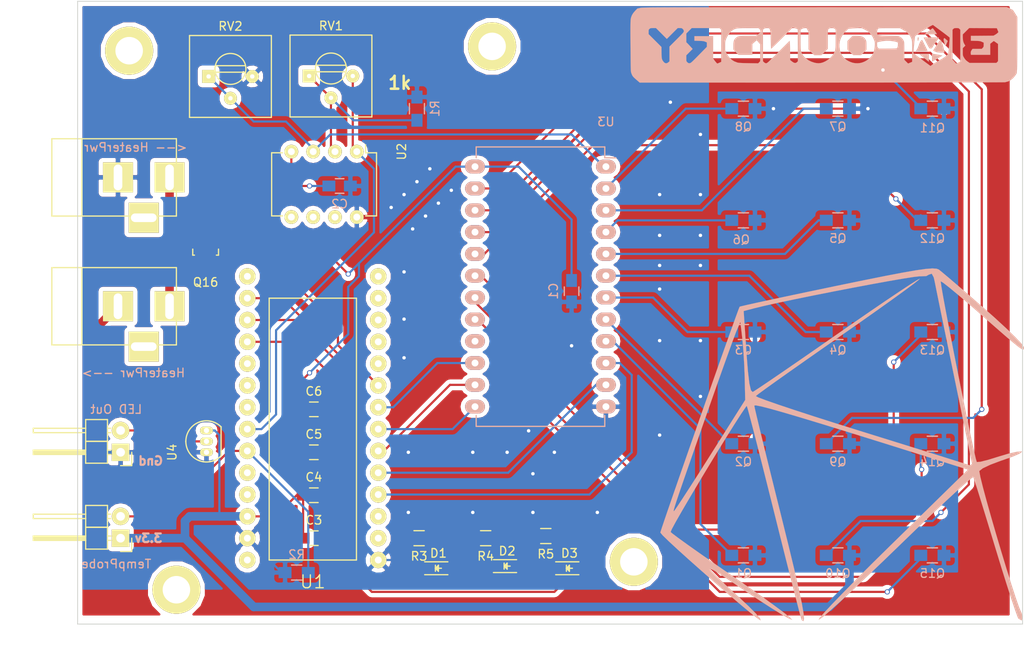
<source format=kicad_pcb>
(kicad_pcb (version 4) (host pcbnew 4.0.2-stable)
  (layers (0 F.Cu signal) (31 B.Cu signal) (34 B.Paste user) (35 F.Paste user) (36 B.SilkS user) (37 F.SilkS user) (38 B.Mask user) (39 F.Mask user) (44 Edge.Cuts user))
  (net 0 "")
  (net 1 +3V3)
  (net 2 GND)
  (net 3 HEATER_PWR)
  (net 4 "Net-(CON1-Pad3)")
  (net 5 "Net-(CON2-Pad2)")
  (net 6 "Net-(CON2-Pad3)")
  (net 7 "Net-(D1-Pad2)")
  (net 8 "Net-(D1-Pad1)")
  (net 9 "Net-(D2-Pad2)")
  (net 10 "Net-(D2-Pad1)")
  (net 11 "Net-(D3-Pad2)")
  (net 12 "Net-(D3-Pad1)")
  (net 13 TEMP_S)
  (net 14 "Net-(P2-Pad2)")
  (net 15 /Phototransistors/S1)
  (net 16 /Phototransistors/S2)
  (net 17 /Phototransistors/S3)
  (net 18 /Phototransistors/S4)
  (net 19 /Phototransistors/S5)
  (net 20 /Phototransistors/S6)
  (net 21 /Phototransistors/S7)
  (net 22 /Phototransistors/S8)
  (net 23 /Phototransistors/S9)
  (net 24 /Phototransistors/S10)
  (net 25 /Phototransistors/S11)
  (net 26 /Phototransistors/S12)
  (net 27 /Phototransistors/S13)
  (net 28 /Phototransistors/S14)
  (net 29 /Phototransistors/S15)
  (net 30 HEAT)
  (net 31 "Net-(R1-Pad1)")
  (net 32 "Net-(RV1-Pad3)")
  (net 33 "Net-(RV2-Pad1)")
  (net 34 "Net-(U1-Pad0)")
  (net 35 "Net-(U1-Pad1)")
  (net 36 T2)
  (net 37 T3)
  (net 38 T4)
  (net 39 T5)
  (net 40 T6)
  (net 41 "Net-(U1-Pad8)")
  (net 42 "Net-(U1-Pad9)")
  (net 43 "Net-(U1-Pad10)")
  (net 44 "Net-(U1-Pad11)")
  (net 45 "Net-(U1-Pad12)")
  (net 46 "Net-(U1-Pad13)")
  (net 47 "Net-(U1-Pad17)")
  (net 48 "Net-(U1-Pad18)")
  (net 49 "Net-(U1-Pad19)")
  (net 50 "Net-(U1-Pad22)")
  (net 51 "Net-(U1-Pad23)")
  (net 52 "Net-(U1-Pad26)")
  (net 53 "Net-(U3-Pad16)")
  (module Resistors_SMD:R_0805_HandSoldering (layer B.Cu) (at 215 65)
    (fp_text reference Q8 (at 0 2.1) (layer B.SilkS) (effects (justify mirror)))
    (fp_text value SFH3711 hide)
    (pad 1 smd rect (at -1.35 0) (size 1.5 1.3) (layers B.Cu B.Paste B.Mask) (net 22 /Phototransistors/S8))
    (pad 2 smd rect (at 1.35 0) (size 1.5 1.3) (layers B.Cu B.Paste B.Mask) (net 1 +3V3))
  )
  (module Housings_DIP:DIP-24_W15.24mm_LongPads (layer B.Cu) (at 199 71.75 180)
    (fp_text reference U3 (at 0 5.22 180) (layer B.SilkS) (effects (justify mirror)))
    (fp_text value CD74HC4067)
    (pad 1 thru_hole oval (at 0 0 180) (size 2.3 1.6) (drill 0.8) (layers *.Cu *.Mask B.SilkS) (net 33 "Net-(RV2-Pad1)"))
    (pad 2 thru_hole oval (at 0 -2.54 180) (size 2.3 1.6) (drill 0.8) (layers *.Cu *.Mask B.SilkS) (net 22 /Phototransistors/S8))
    (pad 3 thru_hole oval (at 0 -5.08 180) (size 2.3 1.6) (drill 0.8) (layers *.Cu *.Mask B.SilkS) (net 21 /Phototransistors/S7))
    (pad 4 thru_hole oval (at 0 -7.62 180) (size 2.3 1.6) (drill 0.8) (layers *.Cu *.Mask B.SilkS) (net 20 /Phototransistors/S6))
    (pad 5 thru_hole oval (at 0 -10.16 180) (size 2.3 1.6) (drill 0.8) (layers *.Cu *.Mask B.SilkS) (net 19 /Phototransistors/S5))
    (pad 6 thru_hole oval (at 0 -12.7 180) (size 2.3 1.6) (drill 0.8) (layers *.Cu *.Mask B.SilkS) (net 18 /Phototransistors/S4))
    (pad 7 thru_hole oval (at 0 -15.24 180) (size 2.3 1.6) (drill 0.8) (layers *.Cu *.Mask B.SilkS) (net 17 /Phototransistors/S3))
    (pad 8 thru_hole oval (at 0 -17.78 180) (size 2.3 1.6) (drill 0.8) (layers *.Cu *.Mask B.SilkS) (net 16 /Phototransistors/S2))
    (pad 9 thru_hole oval (at 0 -20.32 180) (size 2.3 1.6) (drill 0.8) (layers *.Cu *.Mask B.SilkS) (net 15 /Phototransistors/S1))
    (pad 10 thru_hole oval (at 0 -22.86 180) (size 2.3 1.6) (drill 0.8) (layers *.Cu *.Mask B.SilkS) (net 36 T2))
    (pad 11 thru_hole oval (at 0 -25.4 180) (size 2.3 1.6) (drill 0.8) (layers *.Cu *.Mask B.SilkS) (net 37 T3))
    (pad 12 thru_hole oval (at 0 -27.94 180) (size 2.3 1.6) (drill 0.8) (layers *.Cu *.Mask B.SilkS) (net 2 GND))
    (pad 13 thru_hole oval (at 15.24 -27.94 180) (size 2.3 1.6) (drill 0.8) (layers *.Cu *.Mask B.SilkS) (net 39 T5))
    (pad 14 thru_hole oval (at 15.24 -25.4 180) (size 2.3 1.6) (drill 0.8) (layers *.Cu *.Mask B.SilkS) (net 38 T4))
    (pad 15 thru_hole oval (at 15.24 -22.86 180) (size 2.3 1.6) (drill 0.8) (layers *.Cu *.Mask B.SilkS) (net 40 T6))
    (pad 16 thru_hole oval (at 15.24 -20.32 180) (size 2.3 1.6) (drill 0.8) (layers *.Cu *.Mask B.SilkS) (net 53 "Net-(U3-Pad16)"))
    (pad 17 thru_hole oval (at 15.24 -17.78 180) (size 2.3 1.6) (drill 0.8) (layers *.Cu *.Mask B.SilkS) (net 29 /Phototransistors/S15))
    (pad 18 thru_hole oval (at 15.24 -15.24 180) (size 2.3 1.6) (drill 0.8) (layers *.Cu *.Mask B.SilkS) (net 28 /Phototransistors/S14))
    (pad 19 thru_hole oval (at 15.24 -12.7 180) (size 2.3 1.6) (drill 0.8) (layers *.Cu *.Mask B.SilkS) (net 27 /Phototransistors/S13))
    (pad 20 thru_hole oval (at 15.24 -10.16 180) (size 2.3 1.6) (drill 0.8) (layers *.Cu *.Mask B.SilkS) (net 26 /Phototransistors/S12))
    (pad 21 thru_hole oval (at 15.24 -7.62 180) (size 2.3 1.6) (drill 0.8) (layers *.Cu *.Mask B.SilkS) (net 25 /Phototransistors/S11))
    (pad 22 thru_hole oval (at 15.24 -5.08 180) (size 2.3 1.6) (drill 0.8) (layers *.Cu *.Mask B.SilkS) (net 24 /Phototransistors/S10))
    (pad 23 thru_hole oval (at 15.24 -2.54 180) (size 2.3 1.6) (drill 0.8) (layers *.Cu *.Mask B.SilkS) (net 23 /Phototransistors/S9))
    (pad 24 thru_hole oval (at 15.24 0 180) (size 2.3 1.6) (drill 0.8) (layers *.Cu *.Mask B.SilkS) (net 1 +3V3))
  )
  (module Capacitors_SMD:C_0805_HandSoldering (layer B.Cu) (at 195 86.25 270)
    (fp_text reference C1 (at 0 2.1 270) (layer B.SilkS) (effects (justify mirror)))
    (fp_text value 100nF)
    (pad 1 smd rect (at -1.25 0 270) (size 1.5 1.25) (layers B.Cu B.Paste B.Mask) (net 1 +3V3))
    (pad 2 smd rect (at 1.25 0 270) (size 1.5 1.25) (layers B.Cu B.Paste B.Mask) (net 2 GND))
  )
  (module Capacitors_SMD:C_0805_HandSoldering (layer B.Cu) (at 168 74)
    (fp_text reference C2 (at 0 2.1) (layer B.SilkS) (effects (justify mirror)))
    (fp_text value 100nF)
    (pad 1 smd rect (at -1.25 0) (size 1.5 1.25) (layers B.Cu B.Paste B.Mask) (net 1 +3V3))
    (pad 2 smd rect (at 1.25 0) (size 1.5 1.25) (layers B.Cu B.Paste B.Mask) (net 2 GND))
  )
  (module Capacitors_SMD:C_0805_HandSoldering (layer F.Cu) (at 165 115)
    (fp_text reference C3 (at 0 -2.1) (layer F.SilkS))
    (fp_text value 100nF)
    (pad 1 smd rect (at -1.25 0) (size 1.5 1.25) (layers F.Cu F.Paste F.Mask) (net 1 +3V3))
    (pad 2 smd rect (at 1.25 0) (size 1.5 1.25) (layers F.Cu F.Paste F.Mask) (net 2 GND))
  )
  (module Capacitors_SMD:C_0805_HandSoldering (layer F.Cu) (at 165 110)
    (fp_text reference C4 (at 0 -2.1) (layer F.SilkS))
    (fp_text value 22nF)
    (pad 1 smd rect (at -1.25 0) (size 1.5 1.25) (layers F.Cu F.Paste F.Mask) (net 1 +3V3))
    (pad 2 smd rect (at 1.25 0) (size 1.5 1.25) (layers F.Cu F.Paste F.Mask) (net 2 GND))
  )
  (module Capacitors_SMD:C_0805_HandSoldering (layer F.Cu) (at 165 105)
    (fp_text reference C5 (at 0 -2.1) (layer F.SilkS))
    (fp_text value 100nF)
    (pad 1 smd rect (at -1.25 0) (size 1.5 1.25) (layers F.Cu F.Paste F.Mask) (net 1 +3V3))
    (pad 2 smd rect (at 1.25 0) (size 1.5 1.25) (layers F.Cu F.Paste F.Mask) (net 2 GND))
  )
  (module Capacitors_SMD:C_0805_HandSoldering (layer F.Cu) (at 165 100)
    (fp_text reference C6 (at 0 -2.1) (layer F.SilkS))
    (fp_text value 22uF)
    (pad 1 smd rect (at -1.25 0) (size 1.5 1.25) (layers F.Cu F.Paste F.Mask) (net 1 +3V3))
    (pad 2 smd rect (at 1.25 0) (size 1.5 1.25) (layers F.Cu F.Paste F.Mask) (net 2 GND))
  )
  (module Connect:BARREL_JACK (layer F.Cu) (at 142 73)
    (fp_text reference "<-- HeaterPwr" (at 2.25 -3.5) (layer B.SilkS) (effects (justify mirror)))
    (fp_text value BARREL_JACK)
    (pad 1 thru_hole rect (at 6.20014 0) (size 3.50012 3.50012) (drill oval 1.00076 2.99974) (layers *.Cu *.Mask F.SilkS) (net 3 HEATER_PWR))
    (pad 2 thru_hole rect (at 0.20066 0) (size 3.50012 3.50012) (drill oval 1.00076 2.99974) (layers *.Cu *.Mask F.SilkS) (net 2 GND))
    (pad 3 thru_hole rect (at 3.2004 4.699) (size 3.50012 3.50012) (drill oval 2.99974 1.00076) (layers *.Cu *.Mask F.SilkS) (net 4 "Net-(CON1-Pad3)"))
  )
  (module Connect:BARREL_JACK (layer F.Cu) (at 142 88)
    (fp_text reference "HeaterPwr -->" (at 2 7.75) (layer B.SilkS) (effects (justify mirror)))
    (fp_text value BARREL_JACK)
    (pad 1 thru_hole rect (at 6.20014 0) (size 3.50012 3.50012) (drill oval 1.00076 2.99974) (layers *.Cu *.Mask F.SilkS) (net 3 HEATER_PWR))
    (pad 2 thru_hole rect (at 0.20066 0) (size 3.50012 3.50012) (drill oval 1.00076 2.99974) (layers *.Cu *.Mask F.SilkS) (net 5 "Net-(CON2-Pad2)"))
    (pad 3 thru_hole rect (at 3.2004 4.699) (size 3.50012 3.50012) (drill oval 2.99974 1.00076) (layers *.Cu *.Mask F.SilkS) (net 6 "Net-(CON2-Pad3)"))
  )
  (module LEDs:LED_0805 (layer F.Cu) (at 179.5 118.5)
    (fp_text reference D1 (at 0 -1.75) (layer F.SilkS))
    (fp_text value LED)
    (pad 2 smd rect (at 1.04902 0 180) (size 1.19888 1.19888) (layers F.Cu F.Paste F.Mask) (net 7 "Net-(D1-Pad2)"))
    (pad 1 smd rect (at -1.04902 0 180) (size 1.19888 1.19888) (layers F.Cu F.Paste F.Mask) (net 8 "Net-(D1-Pad1)"))
  )
  (module LEDs:LED_0805 (layer F.Cu) (at 187.5 118.25)
    (fp_text reference D2 (at 0 -1.75) (layer F.SilkS))
    (fp_text value LED)
    (pad 2 smd rect (at 1.04902 0 180) (size 1.19888 1.19888) (layers F.Cu F.Paste F.Mask) (net 9 "Net-(D2-Pad2)"))
    (pad 1 smd rect (at -1.04902 0 180) (size 1.19888 1.19888) (layers F.Cu F.Paste F.Mask) (net 10 "Net-(D2-Pad1)"))
  )
  (module LEDs:LED_0805 (layer F.Cu) (at 194.75 118.5)
    (fp_text reference D3 (at 0 -1.75) (layer F.SilkS))
    (fp_text value LED)
    (pad 2 smd rect (at 1.04902 0 180) (size 1.19888 1.19888) (layers F.Cu F.Paste F.Mask) (net 11 "Net-(D3-Pad2)"))
    (pad 1 smd rect (at -1.04902 0 180) (size 1.19888 1.19888) (layers F.Cu F.Paste F.Mask) (net 12 "Net-(D3-Pad1)"))
  )
  (module Pin_Headers:Pin_Header_Angled_1x02 (layer F.Cu) (at 142.5 105 180)
    (fp_text reference "LED Out" (at 0.5 5 180) (layer B.SilkS) (effects (justify mirror)))
    (fp_text value CONN_01X02)
    (pad 1 thru_hole rect (at 0 0 180) (size 2.032 2.032) (drill 1.016) (layers *.Cu *.Mask F.SilkS) (net 2 GND))
    (pad 2 thru_hole oval (at 0 2.54 180) (size 2.032 2.032) (drill 1.016) (layers *.Cu *.Mask F.SilkS) (net 14 "Net-(P2-Pad2)"))
  )
  (module Resistors_SMD:R_0805_HandSoldering (layer B.Cu) (at 215 117)
    (fp_text reference Q1 (at 0 2.1) (layer B.SilkS) (effects (justify mirror)))
    (fp_text value SFH3711 hide)
    (pad 1 smd rect (at -1.35 0) (size 1.5 1.3) (layers B.Cu B.Paste B.Mask) (net 15 /Phototransistors/S1))
    (pad 2 smd rect (at 1.35 0) (size 1.5 1.3) (layers B.Cu B.Paste B.Mask) (net 1 +3V3))
  )
  (module Resistors_SMD:R_0805_HandSoldering (layer B.Cu) (at 215 104)
    (fp_text reference Q2 (at 0 2.1) (layer B.SilkS) (effects (justify mirror)))
    (fp_text value SFH3711 hide)
    (pad 1 smd rect (at -1.35 0) (size 1.5 1.3) (layers B.Cu B.Paste B.Mask) (net 16 /Phototransistors/S2))
    (pad 2 smd rect (at 1.35 0) (size 1.5 1.3) (layers B.Cu B.Paste B.Mask) (net 1 +3V3))
  )
  (module Resistors_SMD:R_0805_HandSoldering (layer B.Cu) (at 215 91)
    (fp_text reference Q3 (at 0 2.1) (layer B.SilkS) (effects (justify mirror)))
    (fp_text value SFH3711 hide)
    (pad 1 smd rect (at -1.35 0) (size 1.5 1.3) (layers B.Cu B.Paste B.Mask) (net 17 /Phototransistors/S3))
    (pad 2 smd rect (at 1.35 0) (size 1.5 1.3) (layers B.Cu B.Paste B.Mask) (net 1 +3V3))
  )
  (module Resistors_SMD:R_0805_HandSoldering (layer B.Cu) (at 226 91)
    (fp_text reference Q4 (at 0 2.1) (layer B.SilkS) (effects (justify mirror)))
    (fp_text value SFH3711 hide)
    (pad 1 smd rect (at -1.35 0) (size 1.5 1.3) (layers B.Cu B.Paste B.Mask) (net 18 /Phototransistors/S4))
    (pad 2 smd rect (at 1.35 0) (size 1.5 1.3) (layers B.Cu B.Paste B.Mask) (net 1 +3V3))
  )
  (module Resistors_SMD:R_0805_HandSoldering (layer B.Cu) (at 226 78)
    (fp_text reference Q5 (at 0 2.1) (layer B.SilkS) (effects (justify mirror)))
    (fp_text value SFH3711 hide)
    (pad 1 smd rect (at -1.35 0) (size 1.5 1.3) (layers B.Cu B.Paste B.Mask) (net 19 /Phototransistors/S5))
    (pad 2 smd rect (at 1.35 0) (size 1.5 1.3) (layers B.Cu B.Paste B.Mask) (net 1 +3V3))
  )
  (module Resistors_SMD:R_0805_HandSoldering (layer B.Cu) (at 215 78 180)
    (fp_text reference Q6 (at 0.25 -2.25 180) (layer B.SilkS) (effects (justify mirror)))
    (fp_text value SFH3711 hide)
    (pad 1 smd rect (at -1.35 0 180) (size 1.5 1.3) (layers B.Cu B.Paste B.Mask) (net 1 +3V3))
    (pad 2 smd rect (at 1.35 0 180) (size 1.5 1.3) (layers B.Cu B.Paste B.Mask) (net 20 /Phototransistors/S6))
  )
  (module Resistors_SMD:R_0805_HandSoldering (layer B.Cu) (at 226 65)
    (fp_text reference Q7 (at 0 2.1) (layer B.SilkS) (effects (justify mirror)))
    (fp_text value SFH3711 hide)
    (pad 1 smd rect (at -1.35 0) (size 1.5 1.3) (layers B.Cu B.Paste B.Mask) (net 21 /Phototransistors/S7))
    (pad 2 smd rect (at 1.35 0) (size 1.5 1.3) (layers B.Cu B.Paste B.Mask) (net 1 +3V3))
  )
  (module Resistors_SMD:R_0805_HandSoldering (layer B.Cu) (at 226 104)
    (fp_text reference Q9 (at 0 2.1) (layer B.SilkS) (effects (justify mirror)))
    (fp_text value SFH3711 hide)
    (pad 1 smd rect (at -1.35 0) (size 1.5 1.3) (layers B.Cu B.Paste B.Mask) (net 23 /Phototransistors/S9))
    (pad 2 smd rect (at 1.35 0) (size 1.5 1.3) (layers B.Cu B.Paste B.Mask) (net 1 +3V3))
  )
  (module Resistors_SMD:R_0805_HandSoldering (layer B.Cu) (at 226 117)
    (fp_text reference Q10 (at 0 2.1) (layer B.SilkS) (effects (justify mirror)))
    (fp_text value SFH3711 hide)
    (pad 1 smd rect (at -1.35 0) (size 1.5 1.3) (layers B.Cu B.Paste B.Mask) (net 24 /Phototransistors/S10))
    (pad 2 smd rect (at 1.35 0) (size 1.5 1.3) (layers B.Cu B.Paste B.Mask) (net 1 +3V3))
  )
  (module Resistors_SMD:R_0805_HandSoldering (layer B.Cu) (at 237 65 180)
    (fp_text reference Q11 (at 0 -2.25 180) (layer B.SilkS) (effects (justify mirror)))
    (fp_text value SFH3711 hide)
    (pad 1 smd rect (at -1.35 0 180) (size 1.5 1.3) (layers B.Cu B.Paste B.Mask) (net 1 +3V3))
    (pad 2 smd rect (at 1.35 0 180) (size 1.5 1.3) (layers B.Cu B.Paste B.Mask) (net 25 /Phototransistors/S11))
  )
  (module Resistors_SMD:R_0805_HandSoldering (layer B.Cu) (at 237 78)
    (fp_text reference Q12 (at 0 2.1) (layer B.SilkS) (effects (justify mirror)))
    (fp_text value SFH3711 hide)
    (pad 1 smd rect (at -1.35 0) (size 1.5 1.3) (layers B.Cu B.Paste B.Mask) (net 26 /Phototransistors/S12))
    (pad 2 smd rect (at 1.35 0) (size 1.5 1.3) (layers B.Cu B.Paste B.Mask) (net 1 +3V3))
  )
  (module Resistors_SMD:R_0805_HandSoldering (layer B.Cu) (at 237 91)
    (fp_text reference Q13 (at 0 2.1) (layer B.SilkS) (effects (justify mirror)))
    (fp_text value SFH3711 hide)
    (pad 1 smd rect (at -1.35 0) (size 1.5 1.3) (layers B.Cu B.Paste B.Mask) (net 27 /Phototransistors/S13))
    (pad 2 smd rect (at 1.35 0) (size 1.5 1.3) (layers B.Cu B.Paste B.Mask) (net 1 +3V3))
  )
  (module Resistors_SMD:R_0805_HandSoldering (layer B.Cu) (at 237 104)
    (fp_text reference Q14 (at 0 2.1) (layer B.SilkS) (effects (justify mirror)))
    (fp_text value SFH3711 hide)
    (pad 1 smd rect (at -1.35 0) (size 1.5 1.3) (layers B.Cu B.Paste B.Mask) (net 28 /Phototransistors/S14))
    (pad 2 smd rect (at 1.35 0) (size 1.5 1.3) (layers B.Cu B.Paste B.Mask) (net 1 +3V3))
  )
  (module Resistors_SMD:R_0805_HandSoldering (layer B.Cu) (at 237 117)
    (fp_text reference Q15 (at 0 2.1) (layer B.SilkS) (effects (justify mirror)))
    (fp_text value SFH3711 hide)
    (pad 1 smd rect (at -1.35 0) (size 1.5 1.3) (layers B.Cu B.Paste B.Mask) (net 29 /Phototransistors/S15))
    (pad 2 smd rect (at 1.35 0) (size 1.5 1.3) (layers B.Cu B.Paste B.Mask) (net 1 +3V3))
  )
  (module TO_SOT_Packages_SMD:SOT-23_Handsoldering (layer F.Cu) (at 152.4 81.4 180)
    (fp_text reference Q16 (at 0 -3.81 180) (layer F.SilkS))
    (fp_text value Q_NMOS_GSD)
    (pad 1 smd rect (at -0.95 1.50114 180) (size 0.8001 1.80086) (layers F.Cu F.Paste F.Mask) (net 30 HEAT))
    (pad 2 smd rect (at 0.95 1.50114 180) (size 0.8001 1.80086) (layers F.Cu F.Paste F.Mask) (net 2 GND))
    (pad 3 smd rect (at 0 -1.50114 180) (size 0.8001 1.80086) (layers F.Cu F.Paste F.Mask) (net 5 "Net-(CON2-Pad2)"))
  )
  (module Resistors_SMD:R_0805_HandSoldering (layer B.Cu) (at 177 65 90)
    (fp_text reference R1 (at 0 2.1 90) (layer B.SilkS) (effects (justify mirror)))
    (fp_text value 1K)
    (pad 1 smd rect (at -1.35 0 90) (size 1.5 1.3) (layers B.Cu B.Paste B.Mask) (net 31 "Net-(R1-Pad1)"))
    (pad 2 smd rect (at 1.35 0 90) (size 1.5 1.3) (layers B.Cu B.Paste B.Mask) (net 2 GND))
  )
  (module Resistors_SMD:R_0805_HandSoldering (layer B.Cu) (at 163 119 180)
    (fp_text reference R2 (at 0 2.1 180) (layer B.SilkS) (effects (justify mirror)))
    (fp_text value 6.8K)
    (pad 1 smd rect (at -1.35 0 180) (size 1.5 1.3) (layers B.Cu B.Paste B.Mask) (net 13 TEMP_S))
    (pad 2 smd rect (at 1.35 0 180) (size 1.5 1.3) (layers B.Cu B.Paste B.Mask) (net 2 GND))
  )
  (module Resistors_SMD:R_0805_HandSoldering (layer F.Cu) (at 177.25 115 180)
    (fp_text reference R3 (at 0 -2.1 180) (layer F.SilkS))
    (fp_text value R)
    (pad 1 smd rect (at -1.35 0 180) (size 1.5 1.3) (layers F.Cu F.Paste F.Mask) (net 8 "Net-(D1-Pad1)"))
    (pad 2 smd rect (at 1.35 0 180) (size 1.5 1.3) (layers F.Cu F.Paste F.Mask) (net 2 GND))
  )
  (module Resistors_SMD:R_0805_HandSoldering (layer F.Cu) (at 185 115 180)
    (fp_text reference R4 (at 0 -2.1 180) (layer F.SilkS))
    (fp_text value R)
    (pad 1 smd rect (at -1.35 0 180) (size 1.5 1.3) (layers F.Cu F.Paste F.Mask) (net 10 "Net-(D2-Pad1)"))
    (pad 2 smd rect (at 1.35 0 180) (size 1.5 1.3) (layers F.Cu F.Paste F.Mask) (net 2 GND))
  )
  (module Resistors_SMD:R_0805_HandSoldering (layer F.Cu) (at 192 114.75 180)
    (fp_text reference R5 (at 0 -2.1 180) (layer F.SilkS))
    (fp_text value R)
    (pad 1 smd rect (at -1.35 0 180) (size 1.5 1.3) (layers F.Cu F.Paste F.Mask) (net 12 "Net-(D3-Pad1)"))
    (pad 2 smd rect (at 1.35 0 180) (size 1.5 1.3) (layers F.Cu F.Paste F.Mask) (net 2 GND))
  )
  (module Potentiometers:Potentiometer_Trimmer-Suntan-TSR-3386P (layer F.Cu) (at 164.45 61.2)
    (fp_text reference RV1 (at 2.54 -5.842) (layer F.SilkS))
    (fp_text value "POT 10k")
    (pad 3 thru_hole circle (at 5.08 0) (size 1.51 1.51) (drill 0.51) (layers *.Cu *.Mask F.SilkS) (net 32 "Net-(RV1-Pad3)"))
    (pad 1 thru_hole rect (at 0 0) (size 1.51 1.51) (drill 0.51) (layers *.Cu *.Mask F.SilkS) (net 31 "Net-(R1-Pad1)"))
    (pad 2 thru_hole circle (at 2.54 2.54) (size 1.51 1.51) (drill 0.51) (layers *.Cu *.Mask F.SilkS) (net 31 "Net-(R1-Pad1)"))
  )
  (module Teensy-3:Teensy-3.1 (layer F.Cu) (at 172.5 115 90)
    (fp_text reference U1 (at -5.08 -7.62 180) (layer F.SilkS) (effects (font (size 1.5 1.5))))
    (fp_text value Teensy_3.1)
    (pad 0 thru_hole circle (at 0 0 90) (size 1.9 1.9) (drill 0.8) (layers *.Cu *.Mask F.SilkS) (net 34 "Net-(U1-Pad0)"))
    (pad 1 thru_hole circle (at 2.54 0 90) (size 1.9 1.9) (drill 0.8) (layers *.Cu *.Mask F.SilkS) (net 35 "Net-(U1-Pad1)"))
    (pad 2 thru_hole circle (at 5.08 0 90) (size 1.9 1.9) (drill 0.8) (layers *.Cu *.Mask F.SilkS) (net 36 T2))
    (pad 3 thru_hole circle (at 7.62 0 90) (size 1.9 1.9) (drill 0.8) (layers *.Cu *.Mask F.SilkS) (net 37 T3))
    (pad 4 thru_hole circle (at 10.16 0 90) (size 1.9 1.9) (drill 0.8) (layers *.Cu *.Mask F.SilkS) (net 38 T4))
    (pad 5 thru_hole circle (at 12.7 0 90) (size 1.9 1.9) (drill 0.8) (layers *.Cu *.Mask F.SilkS) (net 39 T5))
    (pad 6 thru_hole circle (at 15.24 0 90) (size 1.9 1.9) (drill 0.8) (layers *.Cu *.Mask F.SilkS) (net 40 T6))
    (pad 7 thru_hole circle (at 17.78 0 90) (size 1.9 1.9) (drill 0.8) (layers *.Cu *.Mask F.SilkS) (net 30 HEAT))
    (pad 8 thru_hole circle (at 20.32 0 90) (size 1.9 1.9) (drill 0.8) (layers *.Cu *.Mask F.SilkS) (net 41 "Net-(U1-Pad8)"))
    (pad 9 thru_hole circle (at 22.86 0 90) (size 1.9 1.9) (drill 0.8) (layers *.Cu *.Mask F.SilkS) (net 42 "Net-(U1-Pad9)"))
    (pad 10 thru_hole circle (at 25.4 0 90) (size 1.9 1.9) (drill 0.8) (layers *.Cu *.Mask F.SilkS) (net 43 "Net-(U1-Pad10)"))
    (pad 11 thru_hole circle (at 27.94 0 90) (size 1.9 1.9) (drill 0.8) (layers *.Cu *.Mask F.SilkS) (net 44 "Net-(U1-Pad11)"))
    (pad 12 thru_hole circle (at 30.48 0 90) (size 1.9 1.9) (drill 0.8) (layers *.Cu *.Mask F.SilkS) (net 45 "Net-(U1-Pad12)"))
    (pad 13 thru_hole circle (at 30.48 -15.24 90) (size 1.9 1.9) (drill 0.8) (layers *.Cu *.Mask F.SilkS) (net 46 "Net-(U1-Pad13)"))
    (pad 14 thru_hole circle (at 27.94 -15.24 90) (size 1.9 1.9) (drill 0.8) (layers *.Cu *.Mask F.SilkS) (net 7 "Net-(D1-Pad2)"))
    (pad 15 thru_hole circle (at 25.4 -15.24 90) (size 1.9 1.9) (drill 0.8) (layers *.Cu *.Mask F.SilkS) (net 9 "Net-(D2-Pad2)"))
    (pad 16 thru_hole circle (at 22.86 -15.24 90) (size 1.9 1.9) (drill 0.8) (layers *.Cu *.Mask F.SilkS) (net 11 "Net-(D3-Pad2)"))
    (pad 17 thru_hole circle (at 20.32 -15.24 90) (size 1.9 1.9) (drill 0.8) (layers *.Cu *.Mask F.SilkS) (net 47 "Net-(U1-Pad17)"))
    (pad 18 thru_hole circle (at 17.78 -15.24 90) (size 1.9 1.9) (drill 0.8) (layers *.Cu *.Mask F.SilkS) (net 48 "Net-(U1-Pad18)"))
    (pad 19 thru_hole circle (at 15.24 -15.24 90) (size 1.9 1.9) (drill 0.8) (layers *.Cu *.Mask F.SilkS) (net 49 "Net-(U1-Pad19)"))
    (pad 20 thru_hole circle (at 12.7 -15.24 90) (size 1.9 1.9) (drill 0.8) (layers *.Cu *.Mask F.SilkS) (net 32 "Net-(RV1-Pad3)"))
    (pad 21 thru_hole circle (at 10.16 -15.24 90) (size 1.9 1.9) (drill 0.8) (layers *.Cu *.Mask F.SilkS) (net 13 TEMP_S))
    (pad 22 thru_hole circle (at 7.62 -15.24 90) (size 1.9 1.9) (drill 0.8) (layers *.Cu *.Mask F.SilkS) (net 50 "Net-(U1-Pad22)"))
    (pad 23 thru_hole circle (at 5.08 -15.24 90) (size 1.9 1.9) (drill 0.8) (layers *.Cu *.Mask F.SilkS) (net 51 "Net-(U1-Pad23)"))
    (pad 24 thru_hole circle (at 2.54 -15.24 90) (size 1.9 1.9) (drill 0.8) (layers *.Cu *.Mask F.SilkS) (net 1 +3V3))
    (pad 25 thru_hole circle (at 0 -15.24 90) (size 1.9 1.9) (drill 0.8) (layers *.Cu *.Mask F.SilkS) (net 2 GND))
    (pad 26 thru_hole circle (at -2.54 -15.24 90) (size 1.9 1.9) (drill 0.8) (layers *.Cu *.Mask F.SilkS) (net 52 "Net-(U1-Pad26)"))
    (pad 27 thru_hole circle (at -2.54 0 90) (size 1.9 1.9) (drill 0.8) (layers *.Cu *.Mask F.SilkS) (net 2 GND))
  )
  (module Housings_DIP:DIP-8_W7.62mm (layer F.Cu) (at 170 70 270)
    (fp_text reference U2 (at 0 -5.22 270) (layer F.SilkS))
    (fp_text value LM358)
    (pad 1 thru_hole oval (at 0 0 270) (size 1.6 1.6) (drill 0.8) (layers *.Cu *.Mask F.SilkS) (net 32 "Net-(RV1-Pad3)"))
    (pad 2 thru_hole oval (at 0 2.54 270) (size 1.6 1.6) (drill 0.8) (layers *.Cu *.Mask F.SilkS) (net 31 "Net-(R1-Pad1)"))
    (pad 3 thru_hole oval (at 0 5.08 270) (size 1.6 1.6) (drill 0.8) (layers *.Cu *.Mask F.SilkS) (net 33 "Net-(RV2-Pad1)"))
    (pad 4 thru_hole oval (at 0 7.62 270) (size 1.6 1.6) (drill 0.8) (layers *.Cu *.Mask F.SilkS) (net 1 +3V3))
    (pad 5 thru_hole oval (at 7.62 7.62 270) (size 1.6 1.6) (drill 0.8) (layers *.Cu *.Mask F.SilkS))
    (pad 6 thru_hole oval (at 7.62 5.08 270) (size 1.6 1.6) (drill 0.8) (layers *.Cu *.Mask F.SilkS))
    (pad 7 thru_hole oval (at 7.62 2.54 270) (size 1.6 1.6) (drill 0.8) (layers *.Cu *.Mask F.SilkS))
    (pad 8 thru_hole oval (at 7.62 0 270) (size 1.6 1.6) (drill 0.8) (layers *.Cu *.Mask F.SilkS) (net 2 GND))
  )
  (module TO_SOT_Packages_THT:TO-92_Inline_Narrow_Oval (layer F.Cu) (at 152.5 105 90)
    (fp_text reference U4 (at 0 -4 90) (layer F.SilkS))
    (fp_text value CL520)
    (pad 2 thru_hole oval (at 1.27 0 270) (size 0.89916 1.50114) (drill 0.6) (layers *.Cu *.Mask F.SilkS) (net 14 "Net-(P2-Pad2)"))
    (pad 3 thru_hole oval (at 2.54 0 270) (size 0.89916 1.50114) (drill 0.6) (layers *.Cu *.Mask F.SilkS) (net 1 +3V3))
    (pad 1 thru_hole oval (at 0 0 270) (size 0.89916 1.50114) (drill 0.6) (layers *.Cu *.Mask F.SilkS) (net 2 GND))
  )
  (module Pin_Headers:Pin_Header_Angled_1x02 (layer F.Cu) (at 142.5 115 180)
    (fp_text reference TempProbe (at 0.5 -3 180) (layer B.SilkS) (effects (justify mirror)))
    (fp_text value CONN_01X02)
    (pad 1 thru_hole rect (at 0 0 180) (size 2.032 2.032) (drill 1.016) (layers *.Cu *.Mask F.SilkS) (net 1 +3V3))
    (pad 2 thru_hole oval (at 0 2.54 180) (size 2.032 2.032) (drill 1.016) (layers *.Cu *.Mask F.SilkS) (net 13 TEMP_S))
  )
  (module Potentiometers:Potentiometer_Trimmer-Suntan-TSR-3386P (layer F.Cu) (at 152.75 61.25)
    (fp_text reference RV2 (at 2.54 -5.842) (layer F.SilkS))
    (fp_text value POT)
    (pad 3 thru_hole circle (at 5.08 0) (size 1.51 1.51) (drill 0.51) (layers *.Cu *.Mask F.SilkS) (net 2 GND))
    (pad 1 thru_hole rect (at 0 0) (size 1.51 1.51) (drill 0.51) (layers *.Cu *.Mask F.SilkS) (net 33 "Net-(RV2-Pad1)"))
    (pad 2 thru_hole circle (at 2.54 2.54) (size 1.51 1.51) (drill 0.51) (layers *.Cu *.Mask F.SilkS) (net 33 "Net-(RV2-Pad1)"))
  )
  (module Mounting_Holes:MountingHole_3.2mm_M3_DIN965_Pad (layer F.Cu) (at 185.75 57.75)
    (fp_text reference "" (at 0 -3.8) (layer F.SilkS))
    (fp_text value "" hide)
    (pad 1 thru_hole circle (at 0 0) (size 5.6 5.6) (drill 3.2) (layers *.Cu *.Mask F.SilkS))
  )
  (module Mounting_Holes:MountingHole_3.2mm_M3_DIN965_Pad (layer F.Cu) (at 143.5 58.25)
    (fp_text reference "" (at 0 -3.8) (layer F.SilkS))
    (fp_text value "" hide)
    (pad 1 thru_hole circle (at 0 0) (size 5.6 5.6) (drill 3.2) (layers *.Cu *.Mask F.SilkS))
  )
  (module Mounting_Holes:MountingHole_3.2mm_M3_DIN965_Pad (layer F.Cu) (at 202.25 117.75)
    (fp_text reference "" (at 0 -3.8) (layer F.SilkS))
    (fp_text value "")
    (pad 1 thru_hole circle (at 0 0) (size 5.6 5.6) (drill 3.2) (layers *.Cu *.Mask F.SilkS))
  )
  (module Mounting_Holes:MountingHole_3.2mm_M3_DIN965_Pad (layer F.Cu) (at 149 121)
    (fp_text reference "" (at 0 -3.8) (layer F.SilkS))
    (fp_text value "")
    (pad 1 thru_hole circle (at 0 0) (size 5.6 5.6) (drill 3.2) (layers *.Cu *.Mask F.SilkS))
  )
  (module lampdiagnosticspcb-master:CornerLogoInverse (layer B.Cu) (at 226.5 103.75 270)
    (fp_text reference G*** hide)
    (fp_text value LOGO hide)
  )
  (module lampdiagnosticspcb-master:LogoTextResized3 (layer B.Cu) (at 224.25 57.5 180)
    (fp_text reference G*** hide)
    (fp_text value LOGO hide)
  )
  (gr_text 3.3v (at 145.75 115) (layer B.SilkS) (effects (font (size 1 1) (thickness 0.25)) (justify mirror)))
  (gr_text Gnd (at 146 106) (layer B.SilkS) (effects (font (size 1 1) (thickness 0.25)) (justify mirror)))
  (gr_text 1k (at 175 62) (layer F.SilkS) (effects (font (size 1.5 1.5) (thickness 0.3))))
  (gr_line (start 137.5 125) (end 137.5 52.5) (angle 90) (layer Edge.Cuts) (width 0.1))
  (gr_line (start 247.5 125) (end 137.5 125) (angle 90) (layer Edge.Cuts) (width 0.1))
  (gr_line (start 247.5 52.5) (end 247.5 125) (angle 90) (layer Edge.Cuts) (width 0.1))
  (gr_line (start 137.5 52.5) (end 247.5 52.5) (angle 90) (layer Edge.Cuts) (width 0.1))
  (segment (start 216.35 91) (end 216.35 91.6) (width 0.25) (layer F.Cu) (net 0))
  (segment (start 216.35 104) (end 216.35 103.4) (width 0.25) (layer F.Cu) (net 0))
  (segment (start 238.35 78) (end 238.25 78) (width 0.25) (layer F.Cu) (net 0))
  (segment (start 238.35 65) (end 238.35 65.15) (width 0.25) (layer F.Cu) (net 0))
  (segment (start 229.5 65) (end 227.35 65) (width 0.25) (layer B.Cu) (net 1))
  (segment (start 218.5 65) (end 229.5 65) (width 0.25) (layer F.Cu) (net 1))
  (via (at 229.5 65) (size 0.6) (drill 0.4) (layers F.Cu B.Cu) (net 1))
  (segment (start 216.35 65) (end 218.5 65) (width 0.25) (layer B.Cu) (net 1))
  (via (at 218.5 65) (size 0.6) (drill 0.4) (layers F.Cu B.Cu) (net 1))
  (segment (start 164.5 74) (end 166.75 74) (width 0.25) (layer B.Cu) (net 1))
  (segment (start 162.38 74.62) (end 163 74) (width 0.25) (layer F.Cu) (net 1))
  (segment (start 163 74) (end 164.5 74) (width 0.25) (layer F.Cu) (net 1))
  (via (at 164.5 74) (size 0.6) (drill 0.4) (layers F.Cu B.Cu) (net 1))
  (segment (start 162.38 74.87) (end 162.38 74.62) (width 0.25) (layer F.Cu) (net 1))
  (segment (start 195 85) (end 195 77.91) (width 0.25) (layer B.Cu) (net 1))
  (segment (start 195 77.91) (end 188.84 71.75) (width 0.25) (layer B.Cu) (net 1))
  (segment (start 152.5 102.46) (end 153.46 102.46) (width 0.25) (layer B.Cu) (net 1))
  (segment (start 154 103) (end 154 112.46) (width 0.25) (layer B.Cu) (net 1))
  (segment (start 153.46 102.46) (end 154 103) (width 0.25) (layer B.Cu) (net 1))
  (segment (start 142.5 115) (end 150 115) (width 1) (layer B.Cu) (net 1))
  (segment (start 227.35 117) (end 227.35 120.65) (width 1) (layer B.Cu) (net 1))
  (segment (start 150.54 112.46) (end 154 112.46) (width 1) (layer B.Cu) (net 1))
  (segment (start 154 112.46) (end 157.26 112.46) (width 1) (layer B.Cu) (net 1))
  (segment (start 150 113) (end 150.54 112.46) (width 1) (layer B.Cu) (net 1))
  (segment (start 150 115) (end 150 113) (width 1) (layer B.Cu) (net 1))
  (segment (start 158 123) (end 150 115) (width 1) (layer B.Cu) (net 1))
  (segment (start 225 123) (end 158 123) (width 1) (layer B.Cu) (net 1))
  (segment (start 227.35 120.65) (end 225 123) (width 1) (layer B.Cu) (net 1))
  (segment (start 163.75 115) (end 163.75 115.25) (width 0.25) (layer F.Cu) (net 1))
  (segment (start 169 86) (end 169 85.75) (width 0.25) (layer B.Cu) (net 1))
  (segment (start 170.25 84.5) (end 170.25 83) (width 0.25) (layer B.Cu) (net 1))
  (segment (start 169 85.75) (end 170.25 84.5) (width 0.25) (layer B.Cu) (net 1))
  (segment (start 163.75 100) (end 163.75 96.5) (width 0.25) (layer F.Cu) (net 1))
  (segment (start 169 91.25) (end 169 86) (width 0.25) (layer B.Cu) (net 1))
  (segment (start 164.5 95.75) (end 169 91.25) (width 0.25) (layer B.Cu) (net 1))
  (via (at 164.5 95.75) (size 0.6) (drill 0.4) (layers F.Cu B.Cu) (net 1))
  (segment (start 163.75 96.5) (end 164.5 95.75) (width 0.25) (layer F.Cu) (net 1))
  (segment (start 188.84 71.75) (end 181.5 71.75) (width 0.25) (layer B.Cu) (net 1))
  (segment (start 181.5 71.75) (end 170.25 83) (width 0.25) (layer B.Cu) (net 1))
  (segment (start 170.25 83) (end 169 84.25) (width 0.25) (layer B.Cu) (net 1))
  (segment (start 162.38 74.87) (end 162.38 70) (width 0.25) (layer F.Cu) (net 1))
  (via (at 169 84.25) (size 0.6) (drill 0.4) (layers F.Cu B.Cu) (net 1))
  (segment (start 169 84.25) (end 164.75 80) (width 0.25) (layer F.Cu) (net 1))
  (segment (start 164.75 80) (end 160.5 80) (width 0.25) (layer F.Cu) (net 1))
  (segment (start 160.5 80) (end 159.5 79) (width 0.25) (layer F.Cu) (net 1))
  (segment (start 159.5 79) (end 159.5 77.75) (width 0.25) (layer F.Cu) (net 1))
  (segment (start 159.5 77.75) (end 162.38 74.87) (width 0.25) (layer F.Cu) (net 1))
  (segment (start 160.54 112.46) (end 157.26 112.46) (width 0.25) (layer F.Cu) (net 1))
  (segment (start 163.75 110) (end 163 110) (width 0.25) (layer F.Cu) (net 1))
  (segment (start 163 110) (end 160.54 112.46) (width 0.25) (layer F.Cu) (net 1))
  (segment (start 163.75 105) (end 163.75 110) (width 0.25) (layer F.Cu) (net 1))
  (segment (start 163.75 110) (end 163.75 115) (width 0.25) (layer F.Cu) (net 1))
  (segment (start 163.75 100) (end 163.75 105) (width 0.25) (layer F.Cu) (net 1))
  (segment (start 205.25 92) (end 205.25 103) (width 0.25) (layer F.Cu) (net 2))
  (via (at 205.25 103) (size 0.6) (drill 0.4) (layers F.Cu B.Cu) (net 2))
  (segment (start 205.25 86) (end 205.25 92) (width 0.25) (layer F.Cu) (net 2))
  (via (at 205.25 92) (size 0.6) (drill 0.4) (layers F.Cu B.Cu) (net 2))
  (segment (start 205.25 83.25) (end 205.25 86) (width 0.25) (layer F.Cu) (net 2))
  (via (at 205.25 86) (size 0.6) (drill 0.4) (layers F.Cu B.Cu) (net 2))
  (segment (start 205.25 79.75) (end 205.25 83.25) (width 0.25) (layer F.Cu) (net 2))
  (via (at 205.25 83.25) (size 0.6) (drill 0.4) (layers F.Cu B.Cu) (net 2))
  (via (at 205.25 79.75) (size 0.6) (drill 0.4) (layers F.Cu B.Cu) (net 2))
  (segment (start 205.25 75) (end 205.25 79.75) (width 0.25) (layer F.Cu) (net 2))
  (segment (start 210 75) (end 205.25 75) (width 0.25) (layer B.Cu) (net 2))
  (via (at 205.25 75) (size 0.6) (drill 0.4) (layers F.Cu B.Cu) (net 2))
  (segment (start 210 68) (end 206.5 64.5) (width 0.25) (layer F.Cu) (net 2))
  (segment (start 206.5 64.5) (end 206.5 64.25) (width 0.25) (layer F.Cu) (net 2))
  (via (at 206.5 64.25) (size 0.6) (drill 0.4) (layers F.Cu B.Cu) (net 2))
  (segment (start 210 75) (end 210 68) (width 0.25) (layer B.Cu) (net 2))
  (via (at 210 68) (size 0.6) (drill 0.4) (layers F.Cu B.Cu) (net 2))
  (segment (start 210 79.75) (end 210 75) (width 0.25) (layer F.Cu) (net 2))
  (via (at 210 75) (size 0.6) (drill 0.4) (layers F.Cu B.Cu) (net 2))
  (segment (start 210 83.25) (end 210 79.75) (width 0.25) (layer F.Cu) (net 2))
  (via (at 210 79.75) (size 0.6) (drill 0.4) (layers F.Cu B.Cu) (net 2))
  (segment (start 210 86) (end 210 83.25) (width 0.25) (layer F.Cu) (net 2))
  (via (at 210 83.25) (size 0.6) (drill 0.4) (layers F.Cu B.Cu) (net 2))
  (segment (start 210 92) (end 210 86) (width 0.25) (layer F.Cu) (net 2))
  (segment (start 210 98.5) (end 210 92) (width 0.25) (layer B.Cu) (net 2))
  (via (at 210 92) (size 0.6) (drill 0.4) (layers F.Cu B.Cu) (net 2))
  (segment (start 199 99.69) (end 208.81 99.69) (width 0.25) (layer F.Cu) (net 2))
  (segment (start 208.81 99.69) (end 210 98.5) (width 0.25) (layer F.Cu) (net 2))
  (via (at 210 98.5) (size 0.6) (drill 0.4) (layers F.Cu B.Cu) (net 2))
  (segment (start 183.5 105) (end 176 105) (width 0.25) (layer B.Cu) (net 2))
  (via (at 176 105) (size 0.6) (drill 0.4) (layers F.Cu B.Cu) (net 2))
  (segment (start 187.5 105) (end 183.5 105) (width 0.25) (layer F.Cu) (net 2))
  (via (at 183.5 105) (size 0.6) (drill 0.4) (layers F.Cu B.Cu) (net 2))
  (segment (start 190 102.5) (end 187.5 105) (width 0.25) (layer B.Cu) (net 2))
  (via (at 187.5 105) (size 0.6) (drill 0.4) (layers F.Cu B.Cu) (net 2))
  (segment (start 193 105) (end 190.5 102.5) (width 0.25) (layer F.Cu) (net 2))
  (via (at 190 102.5) (size 0.6) (drill 0.4) (layers F.Cu B.Cu) (net 2))
  (segment (start 190.5 102.5) (end 190 102.5) (width 0.25) (layer F.Cu) (net 2))
  (segment (start 190.5 107.5) (end 193 105) (width 0.25) (layer B.Cu) (net 2))
  (via (at 193 105) (size 0.6) (drill 0.4) (layers F.Cu B.Cu) (net 2))
  (segment (start 190.65 114.75) (end 190.65 107.65) (width 0.25) (layer F.Cu) (net 2))
  (segment (start 190.65 107.65) (end 190.5 107.5) (width 0.25) (layer F.Cu) (net 2))
  (via (at 190.5 107.5) (size 0.6) (drill 0.4) (layers F.Cu B.Cu) (net 2))
  (segment (start 190.5 112) (end 198 112) (width 0.25) (layer F.Cu) (net 2))
  (via (at 198 112) (size 0.6) (drill 0.4) (layers F.Cu B.Cu) (net 2))
  (segment (start 183.5 112) (end 190.5 112) (width 0.25) (layer B.Cu) (net 2))
  (via (at 190.5 112) (size 0.6) (drill 0.4) (layers F.Cu B.Cu) (net 2))
  (segment (start 176 112) (end 183.5 112) (width 0.25) (layer F.Cu) (net 2))
  (via (at 183.5 112) (size 0.6) (drill 0.4) (layers F.Cu B.Cu) (net 2))
  (segment (start 175.46 117.54) (end 176 117) (width 0.25) (layer B.Cu) (net 2))
  (segment (start 176 117) (end 176 112) (width 0.25) (layer B.Cu) (net 2))
  (via (at 176 112) (size 0.6) (drill 0.4) (layers F.Cu B.Cu) (net 2))
  (segment (start 172.5 117.54) (end 175.46 117.54) (width 0.25) (layer B.Cu) (net 2))
  (segment (start 175.5 89.5) (end 175.5 94) (width 0.25) (layer F.Cu) (net 2))
  (via (at 175.5 94) (size 0.6) (drill 0.4) (layers F.Cu B.Cu) (net 2))
  (segment (start 175.5 84) (end 175.5 89.5) (width 0.25) (layer B.Cu) (net 2))
  (via (at 175.5 89.5) (size 0.6) (drill 0.4) (layers F.Cu B.Cu) (net 2))
  (segment (start 176.5 79) (end 175.5 80) (width 0.25) (layer F.Cu) (net 2))
  (segment (start 175.5 80) (end 175.5 84) (width 0.25) (layer F.Cu) (net 2))
  (via (at 175.5 84) (size 0.6) (drill 0.4) (layers F.Cu B.Cu) (net 2))
  (segment (start 178 77.5) (end 176.5 79) (width 0.25) (layer B.Cu) (net 2))
  (via (at 176.5 79) (size 0.6) (drill 0.4) (layers F.Cu B.Cu) (net 2))
  (segment (start 179.5 76) (end 178 77.5) (width 0.25) (layer F.Cu) (net 2))
  (via (at 178 77.5) (size 0.6) (drill 0.4) (layers F.Cu B.Cu) (net 2))
  (segment (start 181 74.5) (end 179.5 76) (width 0.25) (layer B.Cu) (net 2))
  (via (at 179.5 76) (size 0.6) (drill 0.4) (layers F.Cu B.Cu) (net 2))
  (segment (start 178.5 72) (end 181 74.5) (width 0.25) (layer F.Cu) (net 2))
  (via (at 181 74.5) (size 0.6) (drill 0.4) (layers F.Cu B.Cu) (net 2))
  (segment (start 177 73.5) (end 178.5 72) (width 0.25) (layer B.Cu) (net 2))
  (via (at 178.5 72) (size 0.6) (drill 0.4) (layers F.Cu B.Cu) (net 2))
  (segment (start 175.5 75) (end 177 73.5) (width 0.25) (layer F.Cu) (net 2))
  (via (at 177 73.5) (size 0.6) (drill 0.4) (layers F.Cu B.Cu) (net 2))
  (segment (start 174 76.5) (end 175.5 75) (width 0.25) (layer B.Cu) (net 2))
  (via (at 175.5 75) (size 0.6) (drill 0.4) (layers F.Cu B.Cu) (net 2))
  (segment (start 170 77.62) (end 172.88 77.62) (width 0.25) (layer F.Cu) (net 2))
  (segment (start 172.88 77.62) (end 174 76.5) (width 0.25) (layer F.Cu) (net 2))
  (via (at 174 76.5) (size 0.6) (drill 0.4) (layers F.Cu B.Cu) (net 2))
  (segment (start 195 97.275) (end 197.415 99.69) (width 0.25) (layer F.Cu) (net 2))
  (segment (start 197.415 99.69) (end 199 99.69) (width 0.25) (layer F.Cu) (net 2))
  (segment (start 195 92.6) (end 195 97.275) (width 0.25) (layer F.Cu) (net 2))
  (segment (start 195 87.5) (end 195 92.6) (width 0.25) (layer B.Cu) (net 2))
  (via (at 195 92.6) (size 0.6) (drill 0.4) (layers F.Cu B.Cu) (net 2))
  (segment (start 161.65 119) (end 161.26 119) (width 0.25) (layer B.Cu) (net 2))
  (segment (start 161.26 119) (end 157.26 115) (width 0.25) (layer B.Cu) (net 2))
  (segment (start 148.20014 73) (end 148.20014 88) (width 1) (layer F.Cu) (net 3))
  (segment (start 152.4 82.90114) (end 152.4 92.1) (width 1) (layer F.Cu) (net 5))
  (segment (start 140 90.20066) (end 142.20066 88) (width 1) (layer F.Cu) (net 5))
  (segment (start 140 96) (end 140 90.20066) (width 1) (layer F.Cu) (net 5))
  (segment (start 142.25 98.25) (end 140 96) (width 1) (layer F.Cu) (net 5))
  (segment (start 146.25 98.25) (end 142.25 98.25) (width 1) (layer F.Cu) (net 5))
  (segment (start 152.4 92.1) (end 146.25 98.25) (width 1) (layer F.Cu) (net 5))
  (segment (start 180.54902 118.5) (end 180.54902 118.70098) (width 0.25) (layer F.Cu) (net 7))
  (segment (start 180.54902 118.70098) (end 179.5 119.75) (width 0.25) (layer F.Cu) (net 7))
  (segment (start 179.5 119.75) (end 172.5 119.75) (width 0.25) (layer F.Cu) (net 7))
  (segment (start 172.5 119.75) (end 170.75 118) (width 0.25) (layer F.Cu) (net 7))
  (segment (start 170.75 118) (end 170.75 96.5) (width 0.25) (layer F.Cu) (net 7))
  (segment (start 170.75 96.5) (end 161.31 87.06) (width 0.25) (layer F.Cu) (net 7))
  (segment (start 161.31 87.06) (end 157.26 87.06) (width 0.25) (layer F.Cu) (net 7))
  (segment (start 178.6 115) (end 178.6 118.35098) (width 0.25) (layer F.Cu) (net 8))
  (segment (start 178.6 118.35098) (end 178.45098 118.5) (width 0.25) (layer F.Cu) (net 8))
  (segment (start 157.26 89.6) (end 162.85 89.6) (width 0.25) (layer F.Cu) (net 9))
  (segment (start 186.29902 120.5) (end 188.54902 118.25) (width 0.25) (layer F.Cu) (net 9))
  (segment (start 172 120.5) (end 186.29902 120.5) (width 0.25) (layer F.Cu) (net 9))
  (segment (start 170 118.5) (end 172 120.5) (width 0.25) (layer F.Cu) (net 9))
  (segment (start 170 96.75) (end 170 118.5) (width 0.25) (layer F.Cu) (net 9))
  (segment (start 162.85 89.6) (end 170 96.75) (width 0.25) (layer F.Cu) (net 9))
  (segment (start 186.35 115) (end 186.35 118.14902) (width 0.25) (layer F.Cu) (net 10))
  (segment (start 186.35 118.14902) (end 186.45098 118.25) (width 0.25) (layer F.Cu) (net 10))
  (segment (start 186.35 115) (end 186.35 117.39902) (width 0.25) (layer F.Cu) (net 10))
  (segment (start 186.35 117.39902) (end 186.45098 117.5) (width 0.25) (layer F.Cu) (net 10))
  (segment (start 186.35 117.39902) (end 186.45098 117.5) (width 0.25) (layer F.Cu) (net 10))
  (segment (start 195.79902 118.5) (end 195.75 118.5) (width 0.25) (layer F.Cu) (net 11))
  (segment (start 195.75 118.5) (end 193 121.25) (width 0.25) (layer F.Cu) (net 11))
  (segment (start 193 121.25) (end 171.75 121.25) (width 0.25) (layer F.Cu) (net 11))
  (segment (start 171.75 121.25) (end 168.75 118.25) (width 0.25) (layer F.Cu) (net 11))
  (segment (start 168.75 118.25) (end 168.75 97.75) (width 0.25) (layer F.Cu) (net 11))
  (segment (start 168.75 97.75) (end 163.14 92.14) (width 0.25) (layer F.Cu) (net 11))
  (segment (start 163.14 92.14) (end 157.26 92.14) (width 0.25) (layer F.Cu) (net 11))
  (segment (start 193.35 114.75) (end 193.35 118.14902) (width 0.25) (layer F.Cu) (net 12))
  (segment (start 193.35 118.14902) (end 193.70098 118.5) (width 0.25) (layer F.Cu) (net 12))
  (segment (start 147.5 112.46) (end 142.5 112.46) (width 0.25) (layer F.Cu) (net 13))
  (segment (start 164.35 119) (end 164.35 111.93) (width 0.25) (layer B.Cu) (net 13))
  (segment (start 164.35 111.93) (end 157.26 104.84) (width 0.25) (layer B.Cu) (net 13))
  (segment (start 157.26 104.84) (end 156.84 104.84) (width 0.25) (layer F.Cu) (net 13))
  (segment (start 157.26 104.84) (end 155.12 104.84) (width 0.25) (layer F.Cu) (net 13))
  (segment (start 155.12 104.84) (end 150.08 109.88) (width 0.25) (layer F.Cu) (net 13))
  (segment (start 150.08 109.88) (end 147.5 112.46) (width 0.25) (layer F.Cu) (net 13))
  (segment (start 147.5 112.46) (end 147.5 112.46) (width 0.25) (layer F.Cu) (net 13))
  (segment (start 147.5 102.46) (end 142.5 102.46) (width 0.25) (layer F.Cu) (net 14))
  (segment (start 147.5 102.46) (end 147.5 102.46) (width 0.25) (layer F.Cu) (net 14))
  (segment (start 147.5 102.46) (end 149.46 102.46) (width 0.25) (layer F.Cu) (net 14))
  (segment (start 149.46 102.46) (end 150.73 103.73) (width 0.25) (layer F.Cu) (net 14))
  (segment (start 150.73 103.73) (end 152.5 103.73) (width 0.25) (layer F.Cu) (net 14))
  (segment (start 199 92.07) (end 199.07 92.07) (width 0.25) (layer F.Cu) (net 15))
  (segment (start 210 113.35) (end 213.65 117) (width 0.25) (layer B.Cu) (net 15))
  (segment (start 210 102.25) (end 210 113.35) (width 0.25) (layer B.Cu) (net 15))
  (segment (start 199.82 92.07) (end 210 102.25) (width 0.25) (layer B.Cu) (net 15))
  (segment (start 199 92.07) (end 199.82 92.07) (width 0.25) (layer B.Cu) (net 15))
  (segment (start 213.65 104) (end 213.47 104) (width 0.25) (layer B.Cu) (net 16))
  (segment (start 213.47 104) (end 199 89.53) (width 0.25) (layer B.Cu) (net 16))
  (segment (start 213.65 91) (end 208.5 91) (width 0.25) (layer B.Cu) (net 17))
  (segment (start 204.49 86.99) (end 199 86.99) (width 0.25) (layer B.Cu) (net 17))
  (segment (start 208.5 91) (end 204.49 86.99) (width 0.25) (layer B.Cu) (net 17))
  (segment (start 224.65 91) (end 222.25 91) (width 0.25) (layer B.Cu) (net 18))
  (segment (start 215.7 84.45) (end 199 84.45) (width 0.25) (layer B.Cu) (net 18))
  (segment (start 222.25 91) (end 215.7 84.45) (width 0.25) (layer B.Cu) (net 18))
  (segment (start 224.65 78) (end 223.75 78) (width 0.25) (layer B.Cu) (net 19))
  (segment (start 219.84 81.91) (end 199 81.91) (width 0.25) (layer B.Cu) (net 19))
  (segment (start 223.75 78) (end 219.84 81.91) (width 0.25) (layer B.Cu) (net 19))
  (segment (start 213.65 78) (end 200.37 78) (width 0.25) (layer B.Cu) (net 20))
  (segment (start 200.37 78) (end 199 79.37) (width 0.25) (layer B.Cu) (net 20))
  (segment (start 224.65 65) (end 222 65) (width 0.25) (layer B.Cu) (net 21))
  (segment (start 210.17 76.83) (end 199 76.83) (width 0.25) (layer B.Cu) (net 21))
  (segment (start 222 65) (end 210.17 76.83) (width 0.25) (layer B.Cu) (net 21))
  (segment (start 213.65 65) (end 208.29 65) (width 0.25) (layer B.Cu) (net 22))
  (segment (start 208.29 65) (end 199 74.29) (width 0.25) (layer B.Cu) (net 22))
  (segment (start 183.76 74.29) (end 185.96 74.29) (width 0.25) (layer F.Cu) (net 23))
  (segment (start 227.65 101) (end 224.65 104) (width 0.25) (layer B.Cu) (net 23))
  (segment (start 241.75 101) (end 227.65 101) (width 0.25) (layer B.Cu) (net 23))
  (segment (start 242.75 100) (end 241.75 101) (width 0.25) (layer B.Cu) (net 23))
  (via (at 242.75 100) (size 0.6) (drill 0.4) (layers F.Cu B.Cu) (net 23))
  (segment (start 242.75 62.75) (end 242.75 100) (width 0.25) (layer F.Cu) (net 23))
  (segment (start 236.25 56.25) (end 242.75 62.75) (width 0.25) (layer F.Cu) (net 23))
  (segment (start 204 56.25) (end 236.25 56.25) (width 0.25) (layer F.Cu) (net 23))
  (segment (start 185.96 74.29) (end 204 56.25) (width 0.25) (layer F.Cu) (net 23))
  (segment (start 183.76 76.83) (end 185.92 76.83) (width 0.25) (layer F.Cu) (net 24))
  (segment (start 228.65 113) (end 224.65 117) (width 0.25) (layer B.Cu) (net 24))
  (segment (start 237 113) (end 228.65 113) (width 0.25) (layer B.Cu) (net 24))
  (segment (start 238 112) (end 237 113) (width 0.25) (layer B.Cu) (net 24))
  (via (at 238 112) (size 0.6) (drill 0.4) (layers F.Cu B.Cu) (net 24))
  (segment (start 241.25 108.75) (end 238 112) (width 0.25) (layer F.Cu) (net 24))
  (segment (start 241.25 63) (end 241.25 108.75) (width 0.25) (layer F.Cu) (net 24))
  (segment (start 236.75 58.5) (end 241.25 63) (width 0.25) (layer F.Cu) (net 24))
  (segment (start 204.25 58.5) (end 236.75 58.5) (width 0.25) (layer F.Cu) (net 24))
  (segment (start 185.92 76.83) (end 204.25 58.5) (width 0.25) (layer F.Cu) (net 24))
  (segment (start 183.76 76.83) (end 184.17 76.83) (width 0.25) (layer F.Cu) (net 24))
  (segment (start 183.76 79.37) (end 185.63 79.37) (width 0.25) (layer F.Cu) (net 25))
  (segment (start 231.25 60.5) (end 235.65 64.9) (width 0.25) (layer B.Cu) (net 25))
  (via (at 231.25 60.5) (size 0.6) (drill 0.4) (layers F.Cu B.Cu) (net 25))
  (segment (start 204.5 60.5) (end 231.25 60.5) (width 0.25) (layer F.Cu) (net 25))
  (segment (start 185.63 79.37) (end 204.5 60.5) (width 0.25) (layer F.Cu) (net 25))
  (segment (start 235.65 64.9) (end 235.65 65) (width 0.25) (layer B.Cu) (net 25))
  (segment (start 183.76 79.37) (end 183.76 79.24) (width 0.25) (layer F.Cu) (net 25))
  (segment (start 183.76 81.91) (end 184.84 81.91) (width 0.25) (layer F.Cu) (net 26))
  (segment (start 184.84 81.91) (end 197.5 69.25) (width 0.25) (layer F.Cu) (net 26))
  (segment (start 232.75 75.5) (end 235.25 78) (width 0.25) (layer B.Cu) (net 26))
  (via (at 232.75 75.5) (size 0.6) (drill 0.4) (layers F.Cu B.Cu) (net 26))
  (segment (start 226.5 69.25) (end 232.75 75.5) (width 0.25) (layer F.Cu) (net 26))
  (segment (start 197.5 69.25) (end 226.5 69.25) (width 0.25) (layer F.Cu) (net 26))
  (segment (start 235.25 78) (end 235.65 78) (width 0.25) (layer B.Cu) (net 26))
  (segment (start 235.65 77.4) (end 235.65 78) (width 0.25) (layer B.Cu) (net 26))
  (segment (start 183.76 81.91) (end 184.34 81.91) (width 0.25) (layer F.Cu) (net 26))
  (segment (start 183.76 84.45) (end 184.45 84.45) (width 0.25) (layer F.Cu) (net 27))
  (segment (start 184.45 84.45) (end 188.75 88.75) (width 0.25) (layer F.Cu) (net 27))
  (segment (start 232.5 94.5) (end 235.65 91.35) (width 0.25) (layer B.Cu) (net 27))
  (via (at 232.5 94.5) (size 0.6) (drill 0.4) (layers F.Cu B.Cu) (net 27))
  (segment (start 232.5 106.25) (end 232.5 94.5) (width 0.25) (layer F.Cu) (net 27))
  (segment (start 224.75 114) (end 232.5 106.25) (width 0.25) (layer F.Cu) (net 27))
  (segment (start 208.75 114) (end 224.75 114) (width 0.25) (layer F.Cu) (net 27))
  (segment (start 188.75 94) (end 208.75 114) (width 0.25) (layer F.Cu) (net 27))
  (segment (start 188.75 88.75) (end 188.75 94) (width 0.25) (layer F.Cu) (net 27))
  (segment (start 235.65 91.35) (end 235.65 91) (width 0.25) (layer B.Cu) (net 27))
  (segment (start 183.76 84.45) (end 183.8 84.45) (width 0.25) (layer F.Cu) (net 27))
  (segment (start 183.76 86.99) (end 183.76 87.51) (width 0.25) (layer F.Cu) (net 28))
  (segment (start 183.76 87.51) (end 187.5 91.25) (width 0.25) (layer F.Cu) (net 28))
  (segment (start 187.5 91.25) (end 187.5 94.75) (width 0.25) (layer F.Cu) (net 28))
  (segment (start 187.5 94.75) (end 212.25 119.5) (width 0.25) (layer F.Cu) (net 28))
  (segment (start 212.25 119.5) (end 229 119.5) (width 0.25) (layer F.Cu) (net 28))
  (segment (start 229 119.5) (end 235.75 112.75) (width 0.25) (layer F.Cu) (net 28))
  (segment (start 235.75 112.75) (end 235.75 107) (width 0.25) (layer F.Cu) (net 28))
  (via (at 235.75 107) (size 0.6) (drill 0.4) (layers F.Cu B.Cu) (net 28))
  (segment (start 235.75 107) (end 235.65 106.9) (width 0.25) (layer B.Cu) (net 28))
  (segment (start 235.65 106.9) (end 235.65 104) (width 0.25) (layer B.Cu) (net 28))
  (segment (start 183.76 89.53) (end 184.03 89.53) (width 0.25) (layer F.Cu) (net 29))
  (segment (start 184.03 89.53) (end 186 91.5) (width 0.25) (layer F.Cu) (net 29))
  (segment (start 231.75 121.25) (end 235.65 117.35) (width 0.25) (layer B.Cu) (net 29))
  (via (at 231.75 121.25) (size 0.6) (drill 0.4) (layers F.Cu B.Cu) (net 29))
  (segment (start 212.25 121.25) (end 231.75 121.25) (width 0.25) (layer F.Cu) (net 29))
  (segment (start 186 95) (end 212.25 121.25) (width 0.25) (layer F.Cu) (net 29))
  (segment (start 186 91.5) (end 186 95) (width 0.25) (layer F.Cu) (net 29))
  (segment (start 235.65 117.35) (end 235.65 117) (width 0.25) (layer B.Cu) (net 29))
  (segment (start 183.76 89.53) (end 184.78 89.53) (width 0.25) (layer F.Cu) (net 29))
  (segment (start 167.8 90.4) (end 167.8 92.52) (width 0.25) (layer F.Cu) (net 30))
  (segment (start 157.29886 79.89886) (end 167.8 90.4) (width 0.25) (layer F.Cu) (net 30))
  (segment (start 153.35 79.89886) (end 157.29886 79.89886) (width 0.25) (layer F.Cu) (net 30))
  (segment (start 167.8 92.52) (end 172.5 97.22) (width 0.25) (layer F.Cu) (net 30))
  (segment (start 177 66.35) (end 169.6 66.35) (width 0.25) (layer B.Cu) (net 31))
  (segment (start 169.6 66.35) (end 166.99 63.74) (width 0.25) (layer B.Cu) (net 31))
  (segment (start 164.45 61.2) (end 166.99 63.74) (width 0.25) (layer F.Cu) (net 31))
  (segment (start 166.99 63.74) (end 166.99 69.53) (width 0.25) (layer F.Cu) (net 31))
  (segment (start 166.99 69.53) (end 167.46 70) (width 0.25) (layer F.Cu) (net 31))
  (segment (start 169.53 61.2) (end 169.53 69.53) (width 0.25) (layer F.Cu) (net 32))
  (segment (start 169.53 69.53) (end 170 70) (width 0.25) (layer F.Cu) (net 32))
  (segment (start 157.26 102.3) (end 158.9 102.3) (width 0.25) (layer B.Cu) (net 32))
  (segment (start 172 72) (end 170 70) (width 0.25) (layer B.Cu) (net 32))
  (segment (start 160.6 90.8) (end 172 79.4) (width 0.25) (layer B.Cu) (net 32))
  (segment (start 160.6 100.6) (end 160.6 90.8) (width 0.25) (layer B.Cu) (net 32))
  (segment (start 172 79.4) (end 172 72) (width 0.25) (layer B.Cu) (net 32))
  (segment (start 158.9 102.3) (end 160.6 100.6) (width 0.25) (layer B.Cu) (net 32))
  (segment (start 164.92 70) (end 164.92 69.67) (width 0.25) (layer B.Cu) (net 33))
  (segment (start 164.92 69.67) (end 161.75 66.5) (width 0.25) (layer B.Cu) (net 33))
  (segment (start 158 66.5) (end 152.75 61.25) (width 0.25) (layer B.Cu) (net 33))
  (segment (start 161.75 66.5) (end 158 66.5) (width 0.25) (layer B.Cu) (net 33))
  (segment (start 199 71.75) (end 198.75 71.75) (width 0.25) (layer B.Cu) (net 33))
  (segment (start 198.75 71.75) (end 195 68) (width 0.25) (layer B.Cu) (net 33))
  (segment (start 166.92 68) (end 164.92 70) (width 0.25) (layer B.Cu) (net 33))
  (segment (start 195 68) (end 166.92 68) (width 0.25) (layer B.Cu) (net 33))
  (segment (start 199 94.61) (end 200.61 94.61) (width 0.25) (layer B.Cu) (net 36))
  (segment (start 197.08 109.92) (end 172.5 109.92) (width 0.25) (layer B.Cu) (net 36))
  (segment (start 202 105) (end 197.08 109.92) (width 0.25) (layer B.Cu) (net 36))
  (segment (start 202 96) (end 202 105) (width 0.25) (layer B.Cu) (net 36))
  (segment (start 200.61 94.61) (end 202 96) (width 0.25) (layer B.Cu) (net 36))
  (segment (start 199 97.15) (end 197.85 97.15) (width 0.25) (layer B.Cu) (net 37))
  (segment (start 187.62 107.38) (end 172.5 107.38) (width 0.25) (layer B.Cu) (net 37))
  (segment (start 197.85 97.15) (end 187.62 107.38) (width 0.25) (layer B.Cu) (net 37))
  (segment (start 172.5 104.84) (end 173.16 104.84) (width 0.25) (layer F.Cu) (net 38))
  (segment (start 173.16 104.84) (end 180.85 97.15) (width 0.25) (layer F.Cu) (net 38))
  (segment (start 180.85 97.15) (end 183.76 97.15) (width 0.25) (layer F.Cu) (net 38))
  (segment (start 172.5 102.3) (end 181.15 102.3) (width 0.25) (layer B.Cu) (net 39))
  (segment (start 181.15 102.3) (end 183.76 99.69) (width 0.25) (layer B.Cu) (net 39))
  (segment (start 172.5 99.76) (end 174.24 99.76) (width 0.25) (layer B.Cu) (net 40))
  (segment (start 179.39 94.61) (end 183.76 94.61) (width 0.25) (layer B.Cu) (net 40))
  (segment (start 174.24 99.76) (end 179.39 94.61) (width 0.25) (layer B.Cu) (net 40))
  (zone (net 1) (net_name +3V3) (layer B.Cu) (connect_pads (clearance 0.508)) (min_thickness 0.254) (fill yes (arc_segments 16) (thermal_gap 0.508) (thermal_bridge_width 0.508))
    (polygon (pts (xy 240 119) (xy 212 119) (xy 212 63) (xy 240 63) (xy 240 119)))
  )
  (zone (net 2) (net_name GND) (layer B.Cu) (connect_pads (clearance 0.508)) (min_thickness 0.254) (fill yes (arc_segments 16) (thermal_gap 0.508) (thermal_bridge_width 0.508))
    (polygon (pts (xy 211 121) (xy 138 121) (xy 138 53) (xy 211 53) (xy 211 121)))
  )
  (zone (net 2) (net_name GND) (layer F.Cu) (connect_pads (clearance 0.508)) (min_thickness 0.254) (fill yes (arc_segments 16) (thermal_gap 0.508) (thermal_bridge_width 0.508))
    (polygon (pts (xy 246 124) (xy 138 124) (xy 138 53) (xy 246 53) (xy 246 124)))
  )
)
</source>
